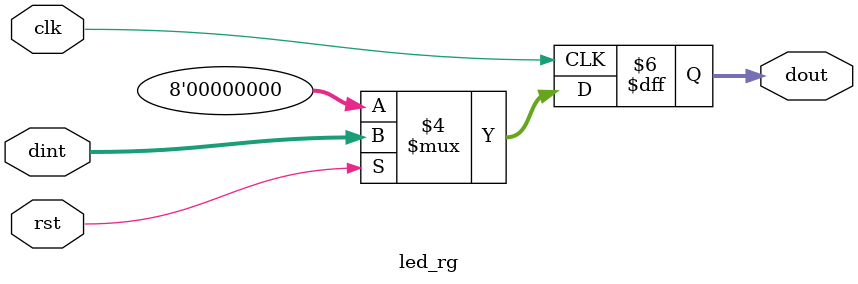
<source format=sv>
module led_rg
(
	input [7:0] dint,
	input clk, rst,
	output reg [7:0] dout
);

always @(posedge clk) 
	if (~rst)
		dout <= 0;
	else
		dout <= dint;


endmodule

</source>
